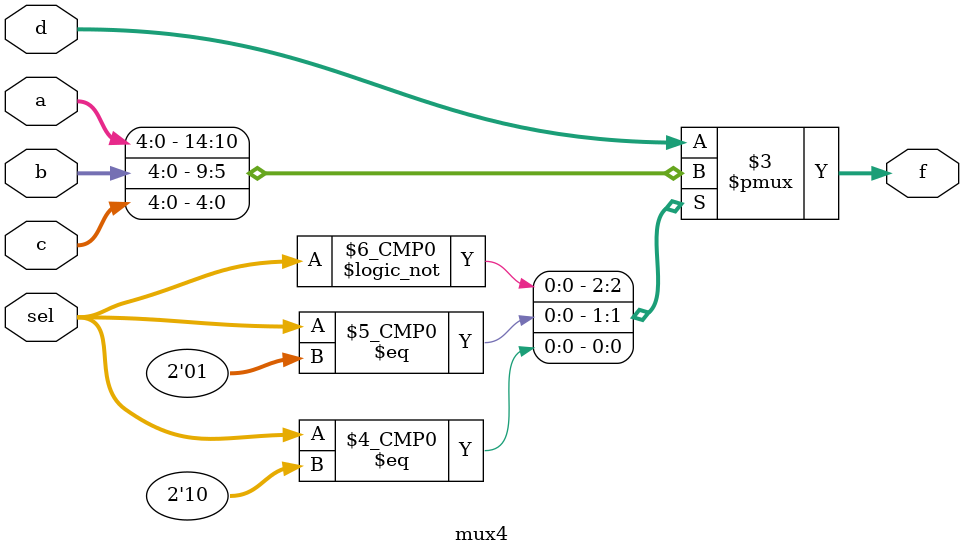
<source format=sv>
module mux4 #(parameter width = 5)
(
	input [1:0] sel,
	input [width-1:0] a,
	input [width-1:0] b,
	input [width-1:0] c,
	input [width-1:0]	d,
	output logic [width-1:0] f
);

always_comb
begin
	case (sel)
		2'b00: f = a;
		2'b01: f = b;
		2'b10: f = c;
		default: f = d;
	endcase
end

endmodule : mux4
</source>
